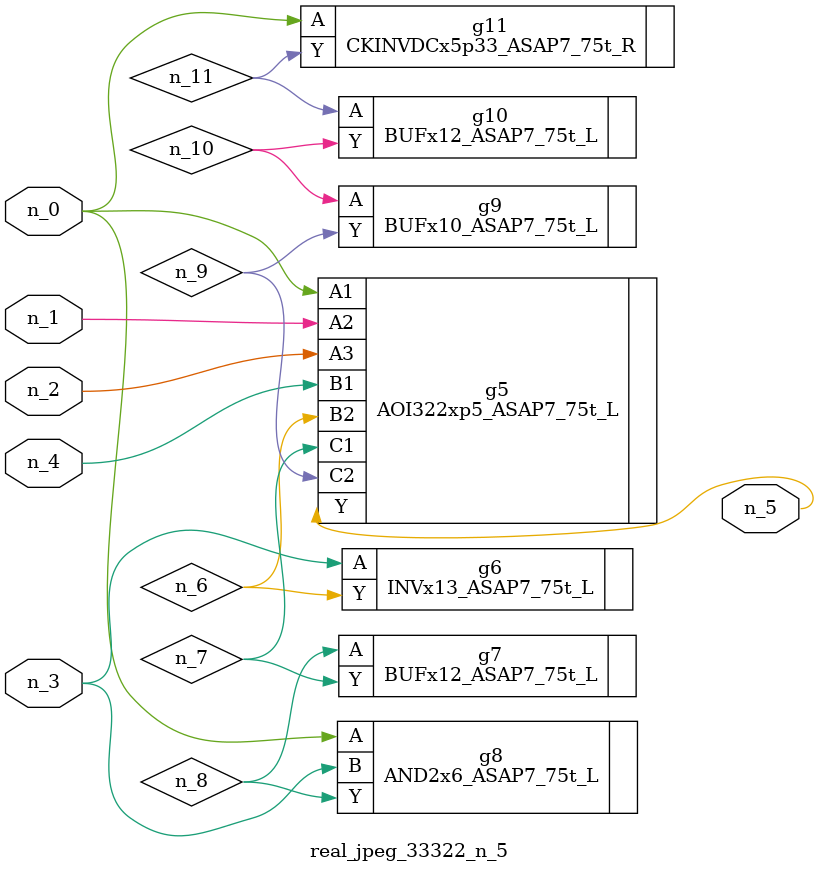
<source format=v>
module real_jpeg_33322_n_5 (n_4, n_0, n_1, n_2, n_3, n_5);

input n_4;
input n_0;
input n_1;
input n_2;
input n_3;

output n_5;

wire n_8;
wire n_11;
wire n_6;
wire n_7;
wire n_10;
wire n_9;

AOI322xp5_ASAP7_75t_L g5 ( 
.A1(n_0),
.A2(n_1),
.A3(n_2),
.B1(n_4),
.B2(n_6),
.C1(n_7),
.C2(n_9),
.Y(n_5)
);

AND2x6_ASAP7_75t_L g8 ( 
.A(n_0),
.B(n_3),
.Y(n_8)
);

CKINVDCx5p33_ASAP7_75t_R g11 ( 
.A(n_0),
.Y(n_11)
);

INVx13_ASAP7_75t_L g6 ( 
.A(n_3),
.Y(n_6)
);

BUFx12_ASAP7_75t_L g7 ( 
.A(n_8),
.Y(n_7)
);

BUFx10_ASAP7_75t_L g9 ( 
.A(n_10),
.Y(n_9)
);

BUFx12_ASAP7_75t_L g10 ( 
.A(n_11),
.Y(n_10)
);


endmodule
</source>
